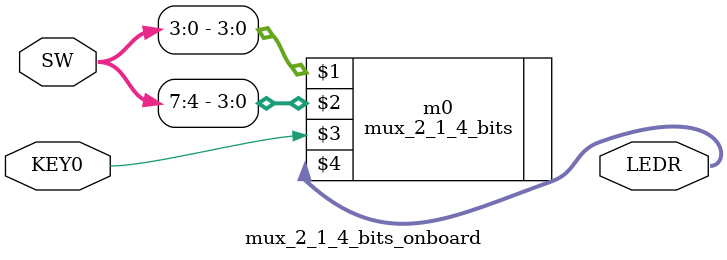
<source format=v>
module mux_2_1_4_bits_onboard(
	input [7:0]SW,
	input KEY0,
	output [3:0]LEDR);
	
	mux_2_1_4_bits m0(SW[3:0], SW[7:4], KEY0, LEDR);
	
endmodule

</source>
